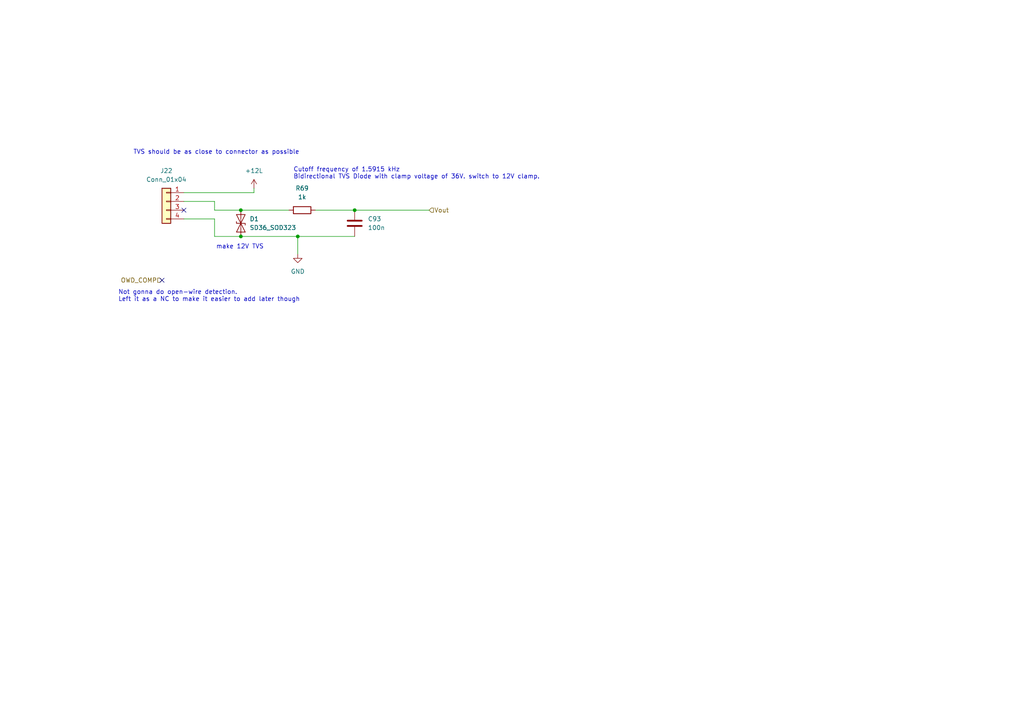
<source format=kicad_sch>
(kicad_sch (version 20231120) (generator "eeschema") (generator_version "8.0")
  (paper "A4")
  (lib_symbols
    (symbol "Connector_Generic:Conn_01x04" (pin_names (offset 1.016) hide)
      (property "Reference" "J" (at 0 5.08 0))
      (property "Value" "Conn_01x04" (at 0 -7.62 0))
      (symbol "Conn_01x04_1_1"
        (rectangle (start -1.27 -4.953) (end 0 -5.207) (stroke (width 0.1524)))
        (rectangle (start -1.27 -2.413) (end 0 -2.667) (stroke (width 0.1524)))
        (rectangle (start -1.27 0.127) (end 0 -0.127) (stroke (width 0.1524)))
        (rectangle (start -1.27 2.667) (end 0 2.413) (stroke (width 0.1524)))
        (rectangle (start -1.27 3.81) (end 1.27 -6.35) (stroke (width 0.254)) (fill (type background)))
        (pin passive line (at -5.08 2.54 0) (length 3.81) (name "Pin_1") (number "1"))
        (pin passive line (at -5.08 0 0) (length 3.81) (name "Pin_2") (number "2"))
        (pin passive line (at -5.08 -2.54 0) (length 3.81) (name "Pin_3") (number "3"))
        (pin passive line (at -5.08 -5.08 0) (length 3.81) (name "Pin_4") (number "4"))
      )
    )
    (symbol "Device:C" (pin_numbers hide) (pin_names (offset 0.254))
      (property "Reference" "C" (at 0.635 2.54 0))
      (property "Value" "C" (at 0.635 -2.54 0))
      (symbol "C_0_1"
        (polyline (pts (xy -2.032 -0.762) (xy 2.032 -0.762)) (stroke (width 0.508)))
        (polyline (pts (xy -2.032 0.762) (xy 2.032 0.762)) (stroke (width 0.508)))
      )
      (symbol "C_1_1"
        (pin passive line (at 0 3.81 270) (length 2.794) (name "~") (number "1"))
        (pin passive line (at 0 -3.81 90) (length 2.794) (name "~") (number "2"))
      )
    )
    (symbol "Device:R" (pin_numbers hide) (pin_names (offset 0))
      (property "Reference" "R" (at 2.032 0 90))
      (property "Value" "R" (at 0 0 90))
      (symbol "R_0_1"
        (rectangle (start -1.016 -2.54) (end 1.016 2.54) (stroke (width 0.254)))
      )
      (symbol "R_1_1"
        (pin passive line (at 0 3.81 270) (length 1.27) (name "~") (number "1"))
        (pin passive line (at 0 -3.81 90) (length 1.27) (name "~") (number "2"))
      )
    )
    (symbol "Diode:SD36_SOD323" (pin_numbers hide) (pin_names (offset 1.016) hide)
      (property "Reference" "D" (at 0 2.54 0))
      (property "Value" "SD36_SOD323" (at 0 -2.54 0))
      (symbol "SD36_SOD323_0_1"
        (polyline (pts (xy 1.27 0) (xy -1.27 0)))
        (polyline (pts (xy -2.54 -1.27) (xy 0 0) (xy -2.54 1.27) (xy -2.54 -1.27)) (stroke (width 0.2032)))
        (polyline (pts (xy 0.508 1.27) (xy 0 1.27) (xy 0 -1.27) (xy -0.508 -1.27)) (stroke (width 0.2032)))
        (polyline (pts (xy 2.54 1.27) (xy 2.54 -1.27) (xy 0 0) (xy 2.54 1.27)) (stroke (width 0.2032)))
      )
      (symbol "SD36_SOD323_1_1"
        (pin passive line (at -3.81 0 0) (length 2.54) (name "A1") (number "1"))
        (pin passive line (at 3.81 0 180) (length 2.54) (name "A2") (number "2"))
      )
    )
    (symbol "power:+12L" (power) (pin_names (offset 0))
      (property "Value" "+12L" (at 0 3.556 0))
      (symbol "+12L_0_1"
        (polyline (pts (xy -0.762 1.27) (xy 0 2.54)))
        (polyline (pts (xy 0 0) (xy 0 2.54)))
        (polyline (pts (xy 0 2.54) (xy 0.762 1.27)))
      )
      (symbol "+12L_1_1"
        (pin power_in line (at 0 0 90) (length 0) hide (name "+12L") (number "1"))
      )
    )
    (symbol "power:GND" (power) (pin_names (offset 0))
      (property "Value" "GND" (at 0 -3.81 0))
      (symbol "GND_0_1"
        (polyline (pts (xy 0 0) (xy 0 -1.27) (xy 1.27 -1.27) (xy 0 -2.54) (xy -1.27 -1.27) (xy 0 -1.27)))
      )
      (symbol "GND_1_1"
        (pin power_in line (at 0 0 270) (length 0) hide (name "GND") (number "1"))
      )
    )
  )
  (junction (at 86.36 68.58))
  (junction (at 69.85 60.96))
  (junction (at 102.87 60.96))
  (junction (at 69.85 68.58))
  (no_connect (at 46.99 81.28))
  (no_connect (at 53.34 60.96))
  (wire (pts (xy 53.34 63.5) (xy 62.23 63.5)))
  (wire (pts (xy 69.85 68.58) (xy 62.23 68.58)))
  (wire (pts (xy 86.36 73.66) (xy 86.36 68.58)))
  (wire (pts (xy 62.23 60.96) (xy 62.23 58.42)))
  (wire (pts (xy 62.23 58.42) (xy 53.34 58.42)))
  (wire (pts (xy 62.23 68.58) (xy 62.23 63.5)))
  (wire (pts (xy 53.34 55.88) (xy 73.66 55.88)))
  (wire (pts (xy 73.66 55.88) (xy 73.66 54.61)))
  (wire (pts (xy 91.44 60.96) (xy 102.87 60.96)))
  (wire (pts (xy 86.36 68.58) (xy 102.87 68.58)))
  (wire (pts (xy 102.87 60.96) (xy 124.46 60.96)))
  (wire (pts (xy 62.23 60.96) (xy 69.85 60.96)))
  (wire (pts (xy 69.85 68.58) (xy 86.36 68.58)))
  (wire (pts (xy 69.85 60.96) (xy 83.82 60.96)))
  (text "Cutoff frequency of 1.5915 kHz\nBidirectional TVS Diode with clamp voltage of 36V. switch to 12V clamp." (at 85.09 52.07 0) (effects (font (size 1.27 1.27)) (justify left bottom)))
  (text "make 12V TVS\n" (at 69.596 71.628 0) (effects (font (size 1.27 1.27))))
  (text "Not gonna do open-wire detection.\nLeft it as a NC to make it easier to add later though" (at 34.29 87.63 0) (effects (font (size 1.27 1.27)) (justify left bottom)))
  (text "TVS should be as close to connector as possible" (at 62.738 44.196 0) (effects (font (size 1.27 1.27))))
  (hierarchical_label "OWD_COMP" (shape input) (at 46.99 81.28 180))
  (hierarchical_label "Vout" (shape input) (at 124.46 60.96 0))
  (symbol (lib_id "Device:C") (at 102.87 64.77 0) (unit 1)
    (property "Reference" "C93" (at 106.68 63.5 0) (effects (justify left)))
    (property "Value" "100n" (at 106.68 66.04 0) (effects (justify left)))
    (property "Footprint" "Capacitor_SMD:C_0603_1608Metric_Pad1.08x0.95mm_HandSolder" (effects (hide yes)))
    (instances (project "launchpad-controller-v2" (path "" (reference "C93") (unit 1)) (path "" (reference "C94") (unit 1)) (path "" (reference "C95") (unit 1)) (path "" (reference "C96") (unit 1)) (path "" (reference "C97") (unit 1)) (path "" (reference "C98") (unit 1)) (path "" (reference "C99") (unit 1)) (path "" (reference "C100") (unit 1))))
  )
  (symbol (lib_id "power:+12L") (at 73.66 54.61 0) (unit 1)
    (property "Reference" "#PWR0205" (effects (hide yes)))
    (property "Value" "+12L" (at 73.66 49.53 0))
    (instances (project "launchpad-controller-v2" (path "" (reference "#PWR0205") (unit 1)) (path "" (reference "#PWR0201") (unit 1)) (path "" (reference "#PWR0202") (unit 1)) (path "" (reference "#PWR0203") (unit 1)) (path "" (reference "#PWR0204") (unit 1)) (path "" (reference "#PWR0206") (unit 1)) (path "" (reference "#PWR0207") (unit 1)) (path "" (reference "#PWR0208") (unit 1))))
  )
  (symbol (lib_id "power:GND") (at 86.36 73.66 0) (unit 1)
    (property "Reference" "#PWR0193" (effects (hide yes)))
    (property "Value" "GND" (at 86.36 78.74 0))
    (instances (project "launchpad-controller-v2" (path "" (reference "#PWR0193") (unit 1)) (path "" (reference "#PWR0194") (unit 1)) (path "" (reference "#PWR0195") (unit 1)) (path "" (reference "#PWR0196") (unit 1)) (path "" (reference "#PWR0197") (unit 1)) (path "" (reference "#PWR0198") (unit 1)) (path "" (reference "#PWR0199") (unit 1)) (path "" (reference "#PWR0200") (unit 1))))
  )
  (symbol (lib_id "Diode:SD36_SOD323") (at 69.85 64.77 90) (unit 1)
    (property "Reference" "D1" (at 72.39 63.5 90) (effects (justify right)))
    (property "Value" "SD36_SOD323" (at 72.39 66.04 90) (effects (justify right)))
    (property "Footprint" "Diode_SMD:D_SOD-323_HandSoldering" (effects (hide yes)))
    (property "Datasheet" "https://www.littelfuse.com/media?resourcetype=datasheets&itemid=b682d4fa-3733-4cd6-9f7f-7cf1a490030b&filename=littelfuse-tvs-diode-array-sd-c-datasheet" (effects (hide yes)))
    (property "Mouser#" "576-SD36C-01FTG " (effects (hide yes)))
    (instances (project "launchpad-controller-v2" (path "" (reference "D1") (unit 1)) (path "" (reference "D2") (unit 1)) (path "" (reference "D23") (unit 1)) (path "" (reference "D24") (unit 1)) (path "" (reference "D25") (unit 1)) (path "" (reference "D26") (unit 1)) (path "" (reference "D27") (unit 1)) (path "" (reference "D28") (unit 1))))
  )
  (symbol (lib_id "Connector_Generic:Conn_01x04") (at 48.26 58.42 0) (mirror y) (unit 1)
    (property "Reference" "J22" (at 48.26 49.53 0))
    (property "Value" "Conn_01x04" (at 48.26 52.07 0))
    (property "Footprint" "Connector_JST:JST_GH_BM04B-GHS-TBT_1x04-1MP_P1.25mm_Vertical" (effects (hide yes)))
    (property "Description" "Generic connector, single row, 01x04, script generated (kicad-library-utils/schlib/autogen/connector/)" (effects (hide yes)))
    (instances (project "launchpad-controller-v2" (path "" (reference "J22") (unit 1)) (path "" (reference "J24") (unit 1)) (path "" (reference "J25") (unit 1)) (path "" (reference "J26") (unit 1)) (path "" (reference "J27") (unit 1)) (path "" (reference "J28") (unit 1)) (path "" (reference "J29") (unit 1)) (path "" (reference "J30") (unit 1))))
  )
  (symbol (lib_id "Device:R") (at 87.63 60.96 90) (unit 1)
    (property "Reference" "R69" (at 87.63 54.61 90))
    (property "Value" "1k" (at 87.63 57.15 90))
    (property "Footprint" "Resistor_SMD:R_0805_2012Metric_Pad1.20x1.40mm_HandSolder" (effects (hide yes)))
    (instances (project "launchpad-controller-v2" (path "" (reference "R69") (unit 1)) (path "" (reference "R70") (unit 1)) (path "" (reference "R71") (unit 1)) (path "" (reference "R72") (unit 1)) (path "" (reference "R73") (unit 1)) (path "" (reference "R74") (unit 1)) (path "" (reference "R75") (unit 1)) (path "" (reference "R76") (unit 1))))
  )
)
</source>
